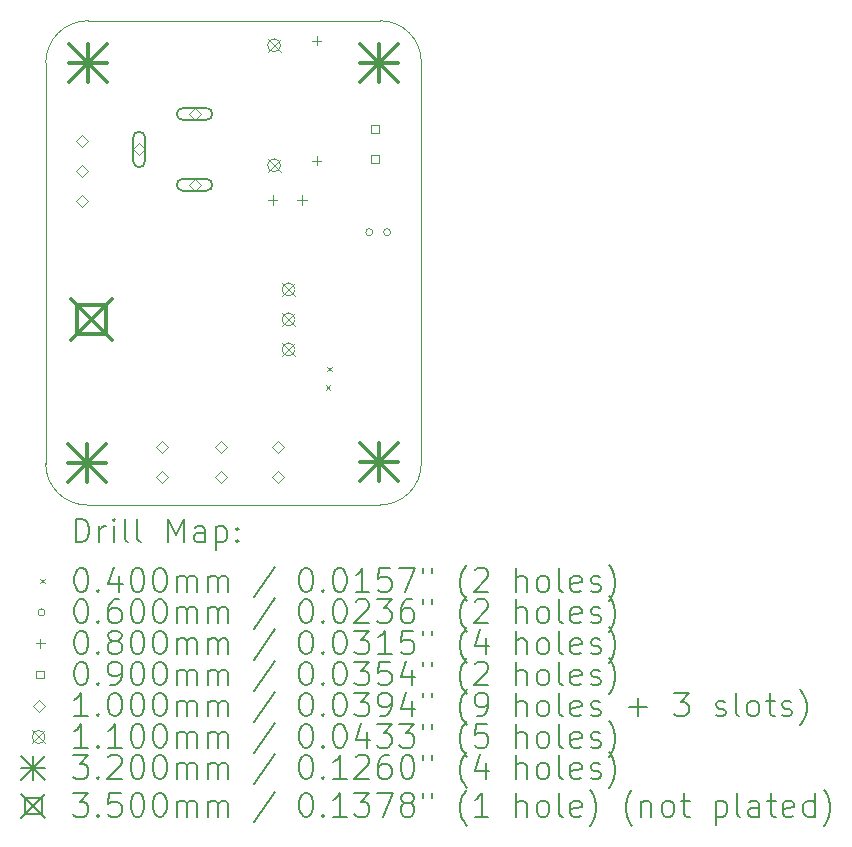
<source format=gbr>
%FSLAX45Y45*%
G04 Gerber Fmt 4.5, Leading zero omitted, Abs format (unit mm)*
G04 Created by KiCad (PCBNEW 6.0.6+dfsg-1) date 2022-07-24 22:16:44*
%MOMM*%
%LPD*%
G01*
G04 APERTURE LIST*
%TA.AperFunction,Profile*%
%ADD10C,0.100000*%
%TD*%
%ADD11C,0.200000*%
%ADD12C,0.040000*%
%ADD13C,0.060000*%
%ADD14C,0.080000*%
%ADD15C,0.090000*%
%ADD16C,0.100000*%
%ADD17C,0.110000*%
%ADD18C,0.320000*%
%ADD19C,0.350000*%
G04 APERTURE END LIST*
D10*
X16070000Y-9370000D02*
G75*
G03*
X16420000Y-9020000I0J350000D01*
G01*
X16420000Y-9020000D02*
X16420000Y-5620000D01*
X16070000Y-5270000D02*
X13600000Y-5270000D01*
X13590000Y-9370000D02*
X16070000Y-9370000D01*
X13240000Y-9020000D02*
G75*
G03*
X13590000Y-9370000I350000J0D01*
G01*
X13240000Y-5630000D02*
X13240000Y-9020000D01*
X13600000Y-5270000D02*
G75*
G03*
X13240000Y-5630000I0J-360000D01*
G01*
X16420000Y-5620000D02*
G75*
G03*
X16070000Y-5270000I-350000J0D01*
G01*
D11*
D12*
X15611160Y-8356920D02*
X15651160Y-8396920D01*
X15651160Y-8356920D02*
X15611160Y-8396920D01*
X15621320Y-8199440D02*
X15661320Y-8239440D01*
X15661320Y-8199440D02*
X15621320Y-8239440D01*
D13*
X16010540Y-7061200D02*
G75*
G03*
X16010540Y-7061200I-30000J0D01*
G01*
X16160540Y-7061200D02*
G75*
G03*
X16160540Y-7061200I-30000J0D01*
G01*
D14*
X15160720Y-6746880D02*
X15160720Y-6826880D01*
X15120720Y-6786880D02*
X15200720Y-6786880D01*
X15410720Y-6746880D02*
X15410720Y-6826880D01*
X15370720Y-6786880D02*
X15450720Y-6786880D01*
X15534640Y-5398140D02*
X15534640Y-5478140D01*
X15494640Y-5438140D02*
X15574640Y-5438140D01*
X15534640Y-6414140D02*
X15534640Y-6494140D01*
X15494640Y-6454140D02*
X15574640Y-6454140D01*
D15*
X16059220Y-6219260D02*
X16059220Y-6155620D01*
X15995580Y-6155620D01*
X15995580Y-6219260D01*
X16059220Y-6219260D01*
X16059220Y-6473260D02*
X16059220Y-6409620D01*
X15995580Y-6409620D01*
X15995580Y-6473260D01*
X16059220Y-6473260D01*
D16*
X13550900Y-6339040D02*
X13600900Y-6289040D01*
X13550900Y-6239040D01*
X13500900Y-6289040D01*
X13550900Y-6339040D01*
X13550900Y-6593040D02*
X13600900Y-6543040D01*
X13550900Y-6493040D01*
X13500900Y-6543040D01*
X13550900Y-6593040D01*
X13550900Y-6847040D02*
X13600900Y-6797040D01*
X13550900Y-6747040D01*
X13500900Y-6797040D01*
X13550900Y-6847040D01*
X14030860Y-6410160D02*
X14080860Y-6360160D01*
X14030860Y-6310160D01*
X13980860Y-6360160D01*
X14030860Y-6410160D01*
D11*
X13980860Y-6260160D02*
X13980860Y-6460160D01*
X14080860Y-6260160D02*
X14080860Y-6460160D01*
X13980860Y-6460160D02*
G75*
G03*
X14080860Y-6460160I50000J0D01*
G01*
X14080860Y-6260160D02*
G75*
G03*
X13980860Y-6260160I-50000J0D01*
G01*
D16*
X14224440Y-8932840D02*
X14274440Y-8882840D01*
X14224440Y-8832840D01*
X14174440Y-8882840D01*
X14224440Y-8932840D01*
X14224440Y-9186840D02*
X14274440Y-9136840D01*
X14224440Y-9086840D01*
X14174440Y-9136840D01*
X14224440Y-9186840D01*
X14500860Y-6110160D02*
X14550860Y-6060160D01*
X14500860Y-6010160D01*
X14450860Y-6060160D01*
X14500860Y-6110160D01*
D11*
X14600860Y-6010160D02*
X14400860Y-6010160D01*
X14600860Y-6110160D02*
X14400860Y-6110160D01*
X14400860Y-6010160D02*
G75*
G03*
X14400860Y-6110160I0J-50000D01*
G01*
X14600860Y-6110160D02*
G75*
G03*
X14600860Y-6010160I0J50000D01*
G01*
D16*
X14500860Y-6710160D02*
X14550860Y-6660160D01*
X14500860Y-6610160D01*
X14450860Y-6660160D01*
X14500860Y-6710160D01*
D11*
X14600860Y-6610160D02*
X14400860Y-6610160D01*
X14600860Y-6710160D02*
X14400860Y-6710160D01*
X14400860Y-6610160D02*
G75*
G03*
X14400860Y-6710160I0J-50000D01*
G01*
X14600860Y-6710160D02*
G75*
G03*
X14600860Y-6610160I0J50000D01*
G01*
D16*
X14724440Y-8930340D02*
X14774440Y-8880340D01*
X14724440Y-8830340D01*
X14674440Y-8880340D01*
X14724440Y-8930340D01*
X14724440Y-9184340D02*
X14774440Y-9134340D01*
X14724440Y-9084340D01*
X14674440Y-9134340D01*
X14724440Y-9184340D01*
X15204440Y-8930340D02*
X15254440Y-8880340D01*
X15204440Y-8830340D01*
X15154440Y-8880340D01*
X15204440Y-8930340D01*
X15204440Y-9184340D02*
X15254440Y-9134340D01*
X15204440Y-9084340D01*
X15154440Y-9134340D01*
X15204440Y-9184340D01*
D17*
X15118960Y-5423780D02*
X15228960Y-5533780D01*
X15228960Y-5423780D02*
X15118960Y-5533780D01*
X15228960Y-5478780D02*
G75*
G03*
X15228960Y-5478780I-55000J0D01*
G01*
X15118960Y-6439780D02*
X15228960Y-6549780D01*
X15228960Y-6439780D02*
X15118960Y-6549780D01*
X15228960Y-6494780D02*
G75*
G03*
X15228960Y-6494780I-55000J0D01*
G01*
X15241000Y-7491000D02*
X15351000Y-7601000D01*
X15351000Y-7491000D02*
X15241000Y-7601000D01*
X15351000Y-7546000D02*
G75*
G03*
X15351000Y-7546000I-55000J0D01*
G01*
X15241000Y-7745000D02*
X15351000Y-7855000D01*
X15351000Y-7745000D02*
X15241000Y-7855000D01*
X15351000Y-7800000D02*
G75*
G03*
X15351000Y-7800000I-55000J0D01*
G01*
X15241000Y-7999000D02*
X15351000Y-8109000D01*
X15351000Y-7999000D02*
X15241000Y-8109000D01*
X15351000Y-8054000D02*
G75*
G03*
X15351000Y-8054000I-55000J0D01*
G01*
D18*
X13431540Y-8857000D02*
X13751540Y-9177000D01*
X13751540Y-8857000D02*
X13431540Y-9177000D01*
X13591540Y-8857000D02*
X13591540Y-9177000D01*
X13431540Y-9017000D02*
X13751540Y-9017000D01*
X13440000Y-5470000D02*
X13760000Y-5790000D01*
X13760000Y-5470000D02*
X13440000Y-5790000D01*
X13600000Y-5470000D02*
X13600000Y-5790000D01*
X13440000Y-5630000D02*
X13760000Y-5630000D01*
X15900000Y-5470000D02*
X16220000Y-5790000D01*
X16220000Y-5470000D02*
X15900000Y-5790000D01*
X16060000Y-5470000D02*
X16060000Y-5790000D01*
X15900000Y-5630000D02*
X16220000Y-5630000D01*
X15900000Y-8850000D02*
X16220000Y-9170000D01*
X16220000Y-8850000D02*
X15900000Y-9170000D01*
X16060000Y-8850000D02*
X16060000Y-9170000D01*
X15900000Y-9010000D02*
X16220000Y-9010000D01*
D19*
X13455000Y-7625000D02*
X13805000Y-7975000D01*
X13805000Y-7625000D02*
X13455000Y-7975000D01*
X13753745Y-7923745D02*
X13753745Y-7676255D01*
X13506255Y-7676255D01*
X13506255Y-7923745D01*
X13753745Y-7923745D01*
D11*
X13492619Y-9685476D02*
X13492619Y-9485476D01*
X13540238Y-9485476D01*
X13568809Y-9495000D01*
X13587857Y-9514048D01*
X13597381Y-9533095D01*
X13606905Y-9571190D01*
X13606905Y-9599762D01*
X13597381Y-9637857D01*
X13587857Y-9656905D01*
X13568809Y-9675952D01*
X13540238Y-9685476D01*
X13492619Y-9685476D01*
X13692619Y-9685476D02*
X13692619Y-9552143D01*
X13692619Y-9590238D02*
X13702143Y-9571190D01*
X13711667Y-9561667D01*
X13730714Y-9552143D01*
X13749762Y-9552143D01*
X13816428Y-9685476D02*
X13816428Y-9552143D01*
X13816428Y-9485476D02*
X13806905Y-9495000D01*
X13816428Y-9504524D01*
X13825952Y-9495000D01*
X13816428Y-9485476D01*
X13816428Y-9504524D01*
X13940238Y-9685476D02*
X13921190Y-9675952D01*
X13911667Y-9656905D01*
X13911667Y-9485476D01*
X14045000Y-9685476D02*
X14025952Y-9675952D01*
X14016428Y-9656905D01*
X14016428Y-9485476D01*
X14273571Y-9685476D02*
X14273571Y-9485476D01*
X14340238Y-9628333D01*
X14406905Y-9485476D01*
X14406905Y-9685476D01*
X14587857Y-9685476D02*
X14587857Y-9580714D01*
X14578333Y-9561667D01*
X14559286Y-9552143D01*
X14521190Y-9552143D01*
X14502143Y-9561667D01*
X14587857Y-9675952D02*
X14568809Y-9685476D01*
X14521190Y-9685476D01*
X14502143Y-9675952D01*
X14492619Y-9656905D01*
X14492619Y-9637857D01*
X14502143Y-9618810D01*
X14521190Y-9609286D01*
X14568809Y-9609286D01*
X14587857Y-9599762D01*
X14683095Y-9552143D02*
X14683095Y-9752143D01*
X14683095Y-9561667D02*
X14702143Y-9552143D01*
X14740238Y-9552143D01*
X14759286Y-9561667D01*
X14768809Y-9571190D01*
X14778333Y-9590238D01*
X14778333Y-9647381D01*
X14768809Y-9666429D01*
X14759286Y-9675952D01*
X14740238Y-9685476D01*
X14702143Y-9685476D01*
X14683095Y-9675952D01*
X14864048Y-9666429D02*
X14873571Y-9675952D01*
X14864048Y-9685476D01*
X14854524Y-9675952D01*
X14864048Y-9666429D01*
X14864048Y-9685476D01*
X14864048Y-9561667D02*
X14873571Y-9571190D01*
X14864048Y-9580714D01*
X14854524Y-9571190D01*
X14864048Y-9561667D01*
X14864048Y-9580714D01*
D12*
X13195000Y-9995000D02*
X13235000Y-10035000D01*
X13235000Y-9995000D02*
X13195000Y-10035000D01*
D11*
X13530714Y-9905476D02*
X13549762Y-9905476D01*
X13568809Y-9915000D01*
X13578333Y-9924524D01*
X13587857Y-9943571D01*
X13597381Y-9981667D01*
X13597381Y-10029286D01*
X13587857Y-10067381D01*
X13578333Y-10086429D01*
X13568809Y-10095952D01*
X13549762Y-10105476D01*
X13530714Y-10105476D01*
X13511667Y-10095952D01*
X13502143Y-10086429D01*
X13492619Y-10067381D01*
X13483095Y-10029286D01*
X13483095Y-9981667D01*
X13492619Y-9943571D01*
X13502143Y-9924524D01*
X13511667Y-9915000D01*
X13530714Y-9905476D01*
X13683095Y-10086429D02*
X13692619Y-10095952D01*
X13683095Y-10105476D01*
X13673571Y-10095952D01*
X13683095Y-10086429D01*
X13683095Y-10105476D01*
X13864048Y-9972143D02*
X13864048Y-10105476D01*
X13816428Y-9895952D02*
X13768809Y-10038810D01*
X13892619Y-10038810D01*
X14006905Y-9905476D02*
X14025952Y-9905476D01*
X14045000Y-9915000D01*
X14054524Y-9924524D01*
X14064048Y-9943571D01*
X14073571Y-9981667D01*
X14073571Y-10029286D01*
X14064048Y-10067381D01*
X14054524Y-10086429D01*
X14045000Y-10095952D01*
X14025952Y-10105476D01*
X14006905Y-10105476D01*
X13987857Y-10095952D01*
X13978333Y-10086429D01*
X13968809Y-10067381D01*
X13959286Y-10029286D01*
X13959286Y-9981667D01*
X13968809Y-9943571D01*
X13978333Y-9924524D01*
X13987857Y-9915000D01*
X14006905Y-9905476D01*
X14197381Y-9905476D02*
X14216428Y-9905476D01*
X14235476Y-9915000D01*
X14245000Y-9924524D01*
X14254524Y-9943571D01*
X14264048Y-9981667D01*
X14264048Y-10029286D01*
X14254524Y-10067381D01*
X14245000Y-10086429D01*
X14235476Y-10095952D01*
X14216428Y-10105476D01*
X14197381Y-10105476D01*
X14178333Y-10095952D01*
X14168809Y-10086429D01*
X14159286Y-10067381D01*
X14149762Y-10029286D01*
X14149762Y-9981667D01*
X14159286Y-9943571D01*
X14168809Y-9924524D01*
X14178333Y-9915000D01*
X14197381Y-9905476D01*
X14349762Y-10105476D02*
X14349762Y-9972143D01*
X14349762Y-9991190D02*
X14359286Y-9981667D01*
X14378333Y-9972143D01*
X14406905Y-9972143D01*
X14425952Y-9981667D01*
X14435476Y-10000714D01*
X14435476Y-10105476D01*
X14435476Y-10000714D02*
X14445000Y-9981667D01*
X14464048Y-9972143D01*
X14492619Y-9972143D01*
X14511667Y-9981667D01*
X14521190Y-10000714D01*
X14521190Y-10105476D01*
X14616428Y-10105476D02*
X14616428Y-9972143D01*
X14616428Y-9991190D02*
X14625952Y-9981667D01*
X14645000Y-9972143D01*
X14673571Y-9972143D01*
X14692619Y-9981667D01*
X14702143Y-10000714D01*
X14702143Y-10105476D01*
X14702143Y-10000714D02*
X14711667Y-9981667D01*
X14730714Y-9972143D01*
X14759286Y-9972143D01*
X14778333Y-9981667D01*
X14787857Y-10000714D01*
X14787857Y-10105476D01*
X15178333Y-9895952D02*
X15006905Y-10153095D01*
X15435476Y-9905476D02*
X15454524Y-9905476D01*
X15473571Y-9915000D01*
X15483095Y-9924524D01*
X15492619Y-9943571D01*
X15502143Y-9981667D01*
X15502143Y-10029286D01*
X15492619Y-10067381D01*
X15483095Y-10086429D01*
X15473571Y-10095952D01*
X15454524Y-10105476D01*
X15435476Y-10105476D01*
X15416428Y-10095952D01*
X15406905Y-10086429D01*
X15397381Y-10067381D01*
X15387857Y-10029286D01*
X15387857Y-9981667D01*
X15397381Y-9943571D01*
X15406905Y-9924524D01*
X15416428Y-9915000D01*
X15435476Y-9905476D01*
X15587857Y-10086429D02*
X15597381Y-10095952D01*
X15587857Y-10105476D01*
X15578333Y-10095952D01*
X15587857Y-10086429D01*
X15587857Y-10105476D01*
X15721190Y-9905476D02*
X15740238Y-9905476D01*
X15759286Y-9915000D01*
X15768809Y-9924524D01*
X15778333Y-9943571D01*
X15787857Y-9981667D01*
X15787857Y-10029286D01*
X15778333Y-10067381D01*
X15768809Y-10086429D01*
X15759286Y-10095952D01*
X15740238Y-10105476D01*
X15721190Y-10105476D01*
X15702143Y-10095952D01*
X15692619Y-10086429D01*
X15683095Y-10067381D01*
X15673571Y-10029286D01*
X15673571Y-9981667D01*
X15683095Y-9943571D01*
X15692619Y-9924524D01*
X15702143Y-9915000D01*
X15721190Y-9905476D01*
X15978333Y-10105476D02*
X15864048Y-10105476D01*
X15921190Y-10105476D02*
X15921190Y-9905476D01*
X15902143Y-9934048D01*
X15883095Y-9953095D01*
X15864048Y-9962619D01*
X16159286Y-9905476D02*
X16064048Y-9905476D01*
X16054524Y-10000714D01*
X16064048Y-9991190D01*
X16083095Y-9981667D01*
X16130714Y-9981667D01*
X16149762Y-9991190D01*
X16159286Y-10000714D01*
X16168809Y-10019762D01*
X16168809Y-10067381D01*
X16159286Y-10086429D01*
X16149762Y-10095952D01*
X16130714Y-10105476D01*
X16083095Y-10105476D01*
X16064048Y-10095952D01*
X16054524Y-10086429D01*
X16235476Y-9905476D02*
X16368809Y-9905476D01*
X16283095Y-10105476D01*
X16435476Y-9905476D02*
X16435476Y-9943571D01*
X16511667Y-9905476D02*
X16511667Y-9943571D01*
X16806905Y-10181667D02*
X16797381Y-10172143D01*
X16778333Y-10143571D01*
X16768809Y-10124524D01*
X16759286Y-10095952D01*
X16749762Y-10048333D01*
X16749762Y-10010238D01*
X16759286Y-9962619D01*
X16768809Y-9934048D01*
X16778333Y-9915000D01*
X16797381Y-9886429D01*
X16806905Y-9876905D01*
X16873571Y-9924524D02*
X16883095Y-9915000D01*
X16902143Y-9905476D01*
X16949762Y-9905476D01*
X16968810Y-9915000D01*
X16978333Y-9924524D01*
X16987857Y-9943571D01*
X16987857Y-9962619D01*
X16978333Y-9991190D01*
X16864048Y-10105476D01*
X16987857Y-10105476D01*
X17225952Y-10105476D02*
X17225952Y-9905476D01*
X17311667Y-10105476D02*
X17311667Y-10000714D01*
X17302143Y-9981667D01*
X17283095Y-9972143D01*
X17254524Y-9972143D01*
X17235476Y-9981667D01*
X17225952Y-9991190D01*
X17435476Y-10105476D02*
X17416429Y-10095952D01*
X17406905Y-10086429D01*
X17397381Y-10067381D01*
X17397381Y-10010238D01*
X17406905Y-9991190D01*
X17416429Y-9981667D01*
X17435476Y-9972143D01*
X17464048Y-9972143D01*
X17483095Y-9981667D01*
X17492619Y-9991190D01*
X17502143Y-10010238D01*
X17502143Y-10067381D01*
X17492619Y-10086429D01*
X17483095Y-10095952D01*
X17464048Y-10105476D01*
X17435476Y-10105476D01*
X17616429Y-10105476D02*
X17597381Y-10095952D01*
X17587857Y-10076905D01*
X17587857Y-9905476D01*
X17768810Y-10095952D02*
X17749762Y-10105476D01*
X17711667Y-10105476D01*
X17692619Y-10095952D01*
X17683095Y-10076905D01*
X17683095Y-10000714D01*
X17692619Y-9981667D01*
X17711667Y-9972143D01*
X17749762Y-9972143D01*
X17768810Y-9981667D01*
X17778333Y-10000714D01*
X17778333Y-10019762D01*
X17683095Y-10038810D01*
X17854524Y-10095952D02*
X17873571Y-10105476D01*
X17911667Y-10105476D01*
X17930714Y-10095952D01*
X17940238Y-10076905D01*
X17940238Y-10067381D01*
X17930714Y-10048333D01*
X17911667Y-10038810D01*
X17883095Y-10038810D01*
X17864048Y-10029286D01*
X17854524Y-10010238D01*
X17854524Y-10000714D01*
X17864048Y-9981667D01*
X17883095Y-9972143D01*
X17911667Y-9972143D01*
X17930714Y-9981667D01*
X18006905Y-10181667D02*
X18016429Y-10172143D01*
X18035476Y-10143571D01*
X18045000Y-10124524D01*
X18054524Y-10095952D01*
X18064048Y-10048333D01*
X18064048Y-10010238D01*
X18054524Y-9962619D01*
X18045000Y-9934048D01*
X18035476Y-9915000D01*
X18016429Y-9886429D01*
X18006905Y-9876905D01*
D13*
X13235000Y-10279000D02*
G75*
G03*
X13235000Y-10279000I-30000J0D01*
G01*
D11*
X13530714Y-10169476D02*
X13549762Y-10169476D01*
X13568809Y-10179000D01*
X13578333Y-10188524D01*
X13587857Y-10207571D01*
X13597381Y-10245667D01*
X13597381Y-10293286D01*
X13587857Y-10331381D01*
X13578333Y-10350429D01*
X13568809Y-10359952D01*
X13549762Y-10369476D01*
X13530714Y-10369476D01*
X13511667Y-10359952D01*
X13502143Y-10350429D01*
X13492619Y-10331381D01*
X13483095Y-10293286D01*
X13483095Y-10245667D01*
X13492619Y-10207571D01*
X13502143Y-10188524D01*
X13511667Y-10179000D01*
X13530714Y-10169476D01*
X13683095Y-10350429D02*
X13692619Y-10359952D01*
X13683095Y-10369476D01*
X13673571Y-10359952D01*
X13683095Y-10350429D01*
X13683095Y-10369476D01*
X13864048Y-10169476D02*
X13825952Y-10169476D01*
X13806905Y-10179000D01*
X13797381Y-10188524D01*
X13778333Y-10217095D01*
X13768809Y-10255190D01*
X13768809Y-10331381D01*
X13778333Y-10350429D01*
X13787857Y-10359952D01*
X13806905Y-10369476D01*
X13845000Y-10369476D01*
X13864048Y-10359952D01*
X13873571Y-10350429D01*
X13883095Y-10331381D01*
X13883095Y-10283762D01*
X13873571Y-10264714D01*
X13864048Y-10255190D01*
X13845000Y-10245667D01*
X13806905Y-10245667D01*
X13787857Y-10255190D01*
X13778333Y-10264714D01*
X13768809Y-10283762D01*
X14006905Y-10169476D02*
X14025952Y-10169476D01*
X14045000Y-10179000D01*
X14054524Y-10188524D01*
X14064048Y-10207571D01*
X14073571Y-10245667D01*
X14073571Y-10293286D01*
X14064048Y-10331381D01*
X14054524Y-10350429D01*
X14045000Y-10359952D01*
X14025952Y-10369476D01*
X14006905Y-10369476D01*
X13987857Y-10359952D01*
X13978333Y-10350429D01*
X13968809Y-10331381D01*
X13959286Y-10293286D01*
X13959286Y-10245667D01*
X13968809Y-10207571D01*
X13978333Y-10188524D01*
X13987857Y-10179000D01*
X14006905Y-10169476D01*
X14197381Y-10169476D02*
X14216428Y-10169476D01*
X14235476Y-10179000D01*
X14245000Y-10188524D01*
X14254524Y-10207571D01*
X14264048Y-10245667D01*
X14264048Y-10293286D01*
X14254524Y-10331381D01*
X14245000Y-10350429D01*
X14235476Y-10359952D01*
X14216428Y-10369476D01*
X14197381Y-10369476D01*
X14178333Y-10359952D01*
X14168809Y-10350429D01*
X14159286Y-10331381D01*
X14149762Y-10293286D01*
X14149762Y-10245667D01*
X14159286Y-10207571D01*
X14168809Y-10188524D01*
X14178333Y-10179000D01*
X14197381Y-10169476D01*
X14349762Y-10369476D02*
X14349762Y-10236143D01*
X14349762Y-10255190D02*
X14359286Y-10245667D01*
X14378333Y-10236143D01*
X14406905Y-10236143D01*
X14425952Y-10245667D01*
X14435476Y-10264714D01*
X14435476Y-10369476D01*
X14435476Y-10264714D02*
X14445000Y-10245667D01*
X14464048Y-10236143D01*
X14492619Y-10236143D01*
X14511667Y-10245667D01*
X14521190Y-10264714D01*
X14521190Y-10369476D01*
X14616428Y-10369476D02*
X14616428Y-10236143D01*
X14616428Y-10255190D02*
X14625952Y-10245667D01*
X14645000Y-10236143D01*
X14673571Y-10236143D01*
X14692619Y-10245667D01*
X14702143Y-10264714D01*
X14702143Y-10369476D01*
X14702143Y-10264714D02*
X14711667Y-10245667D01*
X14730714Y-10236143D01*
X14759286Y-10236143D01*
X14778333Y-10245667D01*
X14787857Y-10264714D01*
X14787857Y-10369476D01*
X15178333Y-10159952D02*
X15006905Y-10417095D01*
X15435476Y-10169476D02*
X15454524Y-10169476D01*
X15473571Y-10179000D01*
X15483095Y-10188524D01*
X15492619Y-10207571D01*
X15502143Y-10245667D01*
X15502143Y-10293286D01*
X15492619Y-10331381D01*
X15483095Y-10350429D01*
X15473571Y-10359952D01*
X15454524Y-10369476D01*
X15435476Y-10369476D01*
X15416428Y-10359952D01*
X15406905Y-10350429D01*
X15397381Y-10331381D01*
X15387857Y-10293286D01*
X15387857Y-10245667D01*
X15397381Y-10207571D01*
X15406905Y-10188524D01*
X15416428Y-10179000D01*
X15435476Y-10169476D01*
X15587857Y-10350429D02*
X15597381Y-10359952D01*
X15587857Y-10369476D01*
X15578333Y-10359952D01*
X15587857Y-10350429D01*
X15587857Y-10369476D01*
X15721190Y-10169476D02*
X15740238Y-10169476D01*
X15759286Y-10179000D01*
X15768809Y-10188524D01*
X15778333Y-10207571D01*
X15787857Y-10245667D01*
X15787857Y-10293286D01*
X15778333Y-10331381D01*
X15768809Y-10350429D01*
X15759286Y-10359952D01*
X15740238Y-10369476D01*
X15721190Y-10369476D01*
X15702143Y-10359952D01*
X15692619Y-10350429D01*
X15683095Y-10331381D01*
X15673571Y-10293286D01*
X15673571Y-10245667D01*
X15683095Y-10207571D01*
X15692619Y-10188524D01*
X15702143Y-10179000D01*
X15721190Y-10169476D01*
X15864048Y-10188524D02*
X15873571Y-10179000D01*
X15892619Y-10169476D01*
X15940238Y-10169476D01*
X15959286Y-10179000D01*
X15968809Y-10188524D01*
X15978333Y-10207571D01*
X15978333Y-10226619D01*
X15968809Y-10255190D01*
X15854524Y-10369476D01*
X15978333Y-10369476D01*
X16045000Y-10169476D02*
X16168809Y-10169476D01*
X16102143Y-10245667D01*
X16130714Y-10245667D01*
X16149762Y-10255190D01*
X16159286Y-10264714D01*
X16168809Y-10283762D01*
X16168809Y-10331381D01*
X16159286Y-10350429D01*
X16149762Y-10359952D01*
X16130714Y-10369476D01*
X16073571Y-10369476D01*
X16054524Y-10359952D01*
X16045000Y-10350429D01*
X16340238Y-10169476D02*
X16302143Y-10169476D01*
X16283095Y-10179000D01*
X16273571Y-10188524D01*
X16254524Y-10217095D01*
X16245000Y-10255190D01*
X16245000Y-10331381D01*
X16254524Y-10350429D01*
X16264048Y-10359952D01*
X16283095Y-10369476D01*
X16321190Y-10369476D01*
X16340238Y-10359952D01*
X16349762Y-10350429D01*
X16359286Y-10331381D01*
X16359286Y-10283762D01*
X16349762Y-10264714D01*
X16340238Y-10255190D01*
X16321190Y-10245667D01*
X16283095Y-10245667D01*
X16264048Y-10255190D01*
X16254524Y-10264714D01*
X16245000Y-10283762D01*
X16435476Y-10169476D02*
X16435476Y-10207571D01*
X16511667Y-10169476D02*
X16511667Y-10207571D01*
X16806905Y-10445667D02*
X16797381Y-10436143D01*
X16778333Y-10407571D01*
X16768809Y-10388524D01*
X16759286Y-10359952D01*
X16749762Y-10312333D01*
X16749762Y-10274238D01*
X16759286Y-10226619D01*
X16768809Y-10198048D01*
X16778333Y-10179000D01*
X16797381Y-10150429D01*
X16806905Y-10140905D01*
X16873571Y-10188524D02*
X16883095Y-10179000D01*
X16902143Y-10169476D01*
X16949762Y-10169476D01*
X16968810Y-10179000D01*
X16978333Y-10188524D01*
X16987857Y-10207571D01*
X16987857Y-10226619D01*
X16978333Y-10255190D01*
X16864048Y-10369476D01*
X16987857Y-10369476D01*
X17225952Y-10369476D02*
X17225952Y-10169476D01*
X17311667Y-10369476D02*
X17311667Y-10264714D01*
X17302143Y-10245667D01*
X17283095Y-10236143D01*
X17254524Y-10236143D01*
X17235476Y-10245667D01*
X17225952Y-10255190D01*
X17435476Y-10369476D02*
X17416429Y-10359952D01*
X17406905Y-10350429D01*
X17397381Y-10331381D01*
X17397381Y-10274238D01*
X17406905Y-10255190D01*
X17416429Y-10245667D01*
X17435476Y-10236143D01*
X17464048Y-10236143D01*
X17483095Y-10245667D01*
X17492619Y-10255190D01*
X17502143Y-10274238D01*
X17502143Y-10331381D01*
X17492619Y-10350429D01*
X17483095Y-10359952D01*
X17464048Y-10369476D01*
X17435476Y-10369476D01*
X17616429Y-10369476D02*
X17597381Y-10359952D01*
X17587857Y-10340905D01*
X17587857Y-10169476D01*
X17768810Y-10359952D02*
X17749762Y-10369476D01*
X17711667Y-10369476D01*
X17692619Y-10359952D01*
X17683095Y-10340905D01*
X17683095Y-10264714D01*
X17692619Y-10245667D01*
X17711667Y-10236143D01*
X17749762Y-10236143D01*
X17768810Y-10245667D01*
X17778333Y-10264714D01*
X17778333Y-10283762D01*
X17683095Y-10302810D01*
X17854524Y-10359952D02*
X17873571Y-10369476D01*
X17911667Y-10369476D01*
X17930714Y-10359952D01*
X17940238Y-10340905D01*
X17940238Y-10331381D01*
X17930714Y-10312333D01*
X17911667Y-10302810D01*
X17883095Y-10302810D01*
X17864048Y-10293286D01*
X17854524Y-10274238D01*
X17854524Y-10264714D01*
X17864048Y-10245667D01*
X17883095Y-10236143D01*
X17911667Y-10236143D01*
X17930714Y-10245667D01*
X18006905Y-10445667D02*
X18016429Y-10436143D01*
X18035476Y-10407571D01*
X18045000Y-10388524D01*
X18054524Y-10359952D01*
X18064048Y-10312333D01*
X18064048Y-10274238D01*
X18054524Y-10226619D01*
X18045000Y-10198048D01*
X18035476Y-10179000D01*
X18016429Y-10150429D01*
X18006905Y-10140905D01*
D14*
X13195000Y-10503000D02*
X13195000Y-10583000D01*
X13155000Y-10543000D02*
X13235000Y-10543000D01*
D11*
X13530714Y-10433476D02*
X13549762Y-10433476D01*
X13568809Y-10443000D01*
X13578333Y-10452524D01*
X13587857Y-10471571D01*
X13597381Y-10509667D01*
X13597381Y-10557286D01*
X13587857Y-10595381D01*
X13578333Y-10614429D01*
X13568809Y-10623952D01*
X13549762Y-10633476D01*
X13530714Y-10633476D01*
X13511667Y-10623952D01*
X13502143Y-10614429D01*
X13492619Y-10595381D01*
X13483095Y-10557286D01*
X13483095Y-10509667D01*
X13492619Y-10471571D01*
X13502143Y-10452524D01*
X13511667Y-10443000D01*
X13530714Y-10433476D01*
X13683095Y-10614429D02*
X13692619Y-10623952D01*
X13683095Y-10633476D01*
X13673571Y-10623952D01*
X13683095Y-10614429D01*
X13683095Y-10633476D01*
X13806905Y-10519190D02*
X13787857Y-10509667D01*
X13778333Y-10500143D01*
X13768809Y-10481095D01*
X13768809Y-10471571D01*
X13778333Y-10452524D01*
X13787857Y-10443000D01*
X13806905Y-10433476D01*
X13845000Y-10433476D01*
X13864048Y-10443000D01*
X13873571Y-10452524D01*
X13883095Y-10471571D01*
X13883095Y-10481095D01*
X13873571Y-10500143D01*
X13864048Y-10509667D01*
X13845000Y-10519190D01*
X13806905Y-10519190D01*
X13787857Y-10528714D01*
X13778333Y-10538238D01*
X13768809Y-10557286D01*
X13768809Y-10595381D01*
X13778333Y-10614429D01*
X13787857Y-10623952D01*
X13806905Y-10633476D01*
X13845000Y-10633476D01*
X13864048Y-10623952D01*
X13873571Y-10614429D01*
X13883095Y-10595381D01*
X13883095Y-10557286D01*
X13873571Y-10538238D01*
X13864048Y-10528714D01*
X13845000Y-10519190D01*
X14006905Y-10433476D02*
X14025952Y-10433476D01*
X14045000Y-10443000D01*
X14054524Y-10452524D01*
X14064048Y-10471571D01*
X14073571Y-10509667D01*
X14073571Y-10557286D01*
X14064048Y-10595381D01*
X14054524Y-10614429D01*
X14045000Y-10623952D01*
X14025952Y-10633476D01*
X14006905Y-10633476D01*
X13987857Y-10623952D01*
X13978333Y-10614429D01*
X13968809Y-10595381D01*
X13959286Y-10557286D01*
X13959286Y-10509667D01*
X13968809Y-10471571D01*
X13978333Y-10452524D01*
X13987857Y-10443000D01*
X14006905Y-10433476D01*
X14197381Y-10433476D02*
X14216428Y-10433476D01*
X14235476Y-10443000D01*
X14245000Y-10452524D01*
X14254524Y-10471571D01*
X14264048Y-10509667D01*
X14264048Y-10557286D01*
X14254524Y-10595381D01*
X14245000Y-10614429D01*
X14235476Y-10623952D01*
X14216428Y-10633476D01*
X14197381Y-10633476D01*
X14178333Y-10623952D01*
X14168809Y-10614429D01*
X14159286Y-10595381D01*
X14149762Y-10557286D01*
X14149762Y-10509667D01*
X14159286Y-10471571D01*
X14168809Y-10452524D01*
X14178333Y-10443000D01*
X14197381Y-10433476D01*
X14349762Y-10633476D02*
X14349762Y-10500143D01*
X14349762Y-10519190D02*
X14359286Y-10509667D01*
X14378333Y-10500143D01*
X14406905Y-10500143D01*
X14425952Y-10509667D01*
X14435476Y-10528714D01*
X14435476Y-10633476D01*
X14435476Y-10528714D02*
X14445000Y-10509667D01*
X14464048Y-10500143D01*
X14492619Y-10500143D01*
X14511667Y-10509667D01*
X14521190Y-10528714D01*
X14521190Y-10633476D01*
X14616428Y-10633476D02*
X14616428Y-10500143D01*
X14616428Y-10519190D02*
X14625952Y-10509667D01*
X14645000Y-10500143D01*
X14673571Y-10500143D01*
X14692619Y-10509667D01*
X14702143Y-10528714D01*
X14702143Y-10633476D01*
X14702143Y-10528714D02*
X14711667Y-10509667D01*
X14730714Y-10500143D01*
X14759286Y-10500143D01*
X14778333Y-10509667D01*
X14787857Y-10528714D01*
X14787857Y-10633476D01*
X15178333Y-10423952D02*
X15006905Y-10681095D01*
X15435476Y-10433476D02*
X15454524Y-10433476D01*
X15473571Y-10443000D01*
X15483095Y-10452524D01*
X15492619Y-10471571D01*
X15502143Y-10509667D01*
X15502143Y-10557286D01*
X15492619Y-10595381D01*
X15483095Y-10614429D01*
X15473571Y-10623952D01*
X15454524Y-10633476D01*
X15435476Y-10633476D01*
X15416428Y-10623952D01*
X15406905Y-10614429D01*
X15397381Y-10595381D01*
X15387857Y-10557286D01*
X15387857Y-10509667D01*
X15397381Y-10471571D01*
X15406905Y-10452524D01*
X15416428Y-10443000D01*
X15435476Y-10433476D01*
X15587857Y-10614429D02*
X15597381Y-10623952D01*
X15587857Y-10633476D01*
X15578333Y-10623952D01*
X15587857Y-10614429D01*
X15587857Y-10633476D01*
X15721190Y-10433476D02*
X15740238Y-10433476D01*
X15759286Y-10443000D01*
X15768809Y-10452524D01*
X15778333Y-10471571D01*
X15787857Y-10509667D01*
X15787857Y-10557286D01*
X15778333Y-10595381D01*
X15768809Y-10614429D01*
X15759286Y-10623952D01*
X15740238Y-10633476D01*
X15721190Y-10633476D01*
X15702143Y-10623952D01*
X15692619Y-10614429D01*
X15683095Y-10595381D01*
X15673571Y-10557286D01*
X15673571Y-10509667D01*
X15683095Y-10471571D01*
X15692619Y-10452524D01*
X15702143Y-10443000D01*
X15721190Y-10433476D01*
X15854524Y-10433476D02*
X15978333Y-10433476D01*
X15911667Y-10509667D01*
X15940238Y-10509667D01*
X15959286Y-10519190D01*
X15968809Y-10528714D01*
X15978333Y-10547762D01*
X15978333Y-10595381D01*
X15968809Y-10614429D01*
X15959286Y-10623952D01*
X15940238Y-10633476D01*
X15883095Y-10633476D01*
X15864048Y-10623952D01*
X15854524Y-10614429D01*
X16168809Y-10633476D02*
X16054524Y-10633476D01*
X16111667Y-10633476D02*
X16111667Y-10433476D01*
X16092619Y-10462048D01*
X16073571Y-10481095D01*
X16054524Y-10490619D01*
X16349762Y-10433476D02*
X16254524Y-10433476D01*
X16245000Y-10528714D01*
X16254524Y-10519190D01*
X16273571Y-10509667D01*
X16321190Y-10509667D01*
X16340238Y-10519190D01*
X16349762Y-10528714D01*
X16359286Y-10547762D01*
X16359286Y-10595381D01*
X16349762Y-10614429D01*
X16340238Y-10623952D01*
X16321190Y-10633476D01*
X16273571Y-10633476D01*
X16254524Y-10623952D01*
X16245000Y-10614429D01*
X16435476Y-10433476D02*
X16435476Y-10471571D01*
X16511667Y-10433476D02*
X16511667Y-10471571D01*
X16806905Y-10709667D02*
X16797381Y-10700143D01*
X16778333Y-10671571D01*
X16768809Y-10652524D01*
X16759286Y-10623952D01*
X16749762Y-10576333D01*
X16749762Y-10538238D01*
X16759286Y-10490619D01*
X16768809Y-10462048D01*
X16778333Y-10443000D01*
X16797381Y-10414429D01*
X16806905Y-10404905D01*
X16968810Y-10500143D02*
X16968810Y-10633476D01*
X16921190Y-10423952D02*
X16873571Y-10566810D01*
X16997381Y-10566810D01*
X17225952Y-10633476D02*
X17225952Y-10433476D01*
X17311667Y-10633476D02*
X17311667Y-10528714D01*
X17302143Y-10509667D01*
X17283095Y-10500143D01*
X17254524Y-10500143D01*
X17235476Y-10509667D01*
X17225952Y-10519190D01*
X17435476Y-10633476D02*
X17416429Y-10623952D01*
X17406905Y-10614429D01*
X17397381Y-10595381D01*
X17397381Y-10538238D01*
X17406905Y-10519190D01*
X17416429Y-10509667D01*
X17435476Y-10500143D01*
X17464048Y-10500143D01*
X17483095Y-10509667D01*
X17492619Y-10519190D01*
X17502143Y-10538238D01*
X17502143Y-10595381D01*
X17492619Y-10614429D01*
X17483095Y-10623952D01*
X17464048Y-10633476D01*
X17435476Y-10633476D01*
X17616429Y-10633476D02*
X17597381Y-10623952D01*
X17587857Y-10604905D01*
X17587857Y-10433476D01*
X17768810Y-10623952D02*
X17749762Y-10633476D01*
X17711667Y-10633476D01*
X17692619Y-10623952D01*
X17683095Y-10604905D01*
X17683095Y-10528714D01*
X17692619Y-10509667D01*
X17711667Y-10500143D01*
X17749762Y-10500143D01*
X17768810Y-10509667D01*
X17778333Y-10528714D01*
X17778333Y-10547762D01*
X17683095Y-10566810D01*
X17854524Y-10623952D02*
X17873571Y-10633476D01*
X17911667Y-10633476D01*
X17930714Y-10623952D01*
X17940238Y-10604905D01*
X17940238Y-10595381D01*
X17930714Y-10576333D01*
X17911667Y-10566810D01*
X17883095Y-10566810D01*
X17864048Y-10557286D01*
X17854524Y-10538238D01*
X17854524Y-10528714D01*
X17864048Y-10509667D01*
X17883095Y-10500143D01*
X17911667Y-10500143D01*
X17930714Y-10509667D01*
X18006905Y-10709667D02*
X18016429Y-10700143D01*
X18035476Y-10671571D01*
X18045000Y-10652524D01*
X18054524Y-10623952D01*
X18064048Y-10576333D01*
X18064048Y-10538238D01*
X18054524Y-10490619D01*
X18045000Y-10462048D01*
X18035476Y-10443000D01*
X18016429Y-10414429D01*
X18006905Y-10404905D01*
D15*
X13221820Y-10838820D02*
X13221820Y-10775180D01*
X13158180Y-10775180D01*
X13158180Y-10838820D01*
X13221820Y-10838820D01*
D11*
X13530714Y-10697476D02*
X13549762Y-10697476D01*
X13568809Y-10707000D01*
X13578333Y-10716524D01*
X13587857Y-10735571D01*
X13597381Y-10773667D01*
X13597381Y-10821286D01*
X13587857Y-10859381D01*
X13578333Y-10878429D01*
X13568809Y-10887952D01*
X13549762Y-10897476D01*
X13530714Y-10897476D01*
X13511667Y-10887952D01*
X13502143Y-10878429D01*
X13492619Y-10859381D01*
X13483095Y-10821286D01*
X13483095Y-10773667D01*
X13492619Y-10735571D01*
X13502143Y-10716524D01*
X13511667Y-10707000D01*
X13530714Y-10697476D01*
X13683095Y-10878429D02*
X13692619Y-10887952D01*
X13683095Y-10897476D01*
X13673571Y-10887952D01*
X13683095Y-10878429D01*
X13683095Y-10897476D01*
X13787857Y-10897476D02*
X13825952Y-10897476D01*
X13845000Y-10887952D01*
X13854524Y-10878429D01*
X13873571Y-10849857D01*
X13883095Y-10811762D01*
X13883095Y-10735571D01*
X13873571Y-10716524D01*
X13864048Y-10707000D01*
X13845000Y-10697476D01*
X13806905Y-10697476D01*
X13787857Y-10707000D01*
X13778333Y-10716524D01*
X13768809Y-10735571D01*
X13768809Y-10783190D01*
X13778333Y-10802238D01*
X13787857Y-10811762D01*
X13806905Y-10821286D01*
X13845000Y-10821286D01*
X13864048Y-10811762D01*
X13873571Y-10802238D01*
X13883095Y-10783190D01*
X14006905Y-10697476D02*
X14025952Y-10697476D01*
X14045000Y-10707000D01*
X14054524Y-10716524D01*
X14064048Y-10735571D01*
X14073571Y-10773667D01*
X14073571Y-10821286D01*
X14064048Y-10859381D01*
X14054524Y-10878429D01*
X14045000Y-10887952D01*
X14025952Y-10897476D01*
X14006905Y-10897476D01*
X13987857Y-10887952D01*
X13978333Y-10878429D01*
X13968809Y-10859381D01*
X13959286Y-10821286D01*
X13959286Y-10773667D01*
X13968809Y-10735571D01*
X13978333Y-10716524D01*
X13987857Y-10707000D01*
X14006905Y-10697476D01*
X14197381Y-10697476D02*
X14216428Y-10697476D01*
X14235476Y-10707000D01*
X14245000Y-10716524D01*
X14254524Y-10735571D01*
X14264048Y-10773667D01*
X14264048Y-10821286D01*
X14254524Y-10859381D01*
X14245000Y-10878429D01*
X14235476Y-10887952D01*
X14216428Y-10897476D01*
X14197381Y-10897476D01*
X14178333Y-10887952D01*
X14168809Y-10878429D01*
X14159286Y-10859381D01*
X14149762Y-10821286D01*
X14149762Y-10773667D01*
X14159286Y-10735571D01*
X14168809Y-10716524D01*
X14178333Y-10707000D01*
X14197381Y-10697476D01*
X14349762Y-10897476D02*
X14349762Y-10764143D01*
X14349762Y-10783190D02*
X14359286Y-10773667D01*
X14378333Y-10764143D01*
X14406905Y-10764143D01*
X14425952Y-10773667D01*
X14435476Y-10792714D01*
X14435476Y-10897476D01*
X14435476Y-10792714D02*
X14445000Y-10773667D01*
X14464048Y-10764143D01*
X14492619Y-10764143D01*
X14511667Y-10773667D01*
X14521190Y-10792714D01*
X14521190Y-10897476D01*
X14616428Y-10897476D02*
X14616428Y-10764143D01*
X14616428Y-10783190D02*
X14625952Y-10773667D01*
X14645000Y-10764143D01*
X14673571Y-10764143D01*
X14692619Y-10773667D01*
X14702143Y-10792714D01*
X14702143Y-10897476D01*
X14702143Y-10792714D02*
X14711667Y-10773667D01*
X14730714Y-10764143D01*
X14759286Y-10764143D01*
X14778333Y-10773667D01*
X14787857Y-10792714D01*
X14787857Y-10897476D01*
X15178333Y-10687952D02*
X15006905Y-10945095D01*
X15435476Y-10697476D02*
X15454524Y-10697476D01*
X15473571Y-10707000D01*
X15483095Y-10716524D01*
X15492619Y-10735571D01*
X15502143Y-10773667D01*
X15502143Y-10821286D01*
X15492619Y-10859381D01*
X15483095Y-10878429D01*
X15473571Y-10887952D01*
X15454524Y-10897476D01*
X15435476Y-10897476D01*
X15416428Y-10887952D01*
X15406905Y-10878429D01*
X15397381Y-10859381D01*
X15387857Y-10821286D01*
X15387857Y-10773667D01*
X15397381Y-10735571D01*
X15406905Y-10716524D01*
X15416428Y-10707000D01*
X15435476Y-10697476D01*
X15587857Y-10878429D02*
X15597381Y-10887952D01*
X15587857Y-10897476D01*
X15578333Y-10887952D01*
X15587857Y-10878429D01*
X15587857Y-10897476D01*
X15721190Y-10697476D02*
X15740238Y-10697476D01*
X15759286Y-10707000D01*
X15768809Y-10716524D01*
X15778333Y-10735571D01*
X15787857Y-10773667D01*
X15787857Y-10821286D01*
X15778333Y-10859381D01*
X15768809Y-10878429D01*
X15759286Y-10887952D01*
X15740238Y-10897476D01*
X15721190Y-10897476D01*
X15702143Y-10887952D01*
X15692619Y-10878429D01*
X15683095Y-10859381D01*
X15673571Y-10821286D01*
X15673571Y-10773667D01*
X15683095Y-10735571D01*
X15692619Y-10716524D01*
X15702143Y-10707000D01*
X15721190Y-10697476D01*
X15854524Y-10697476D02*
X15978333Y-10697476D01*
X15911667Y-10773667D01*
X15940238Y-10773667D01*
X15959286Y-10783190D01*
X15968809Y-10792714D01*
X15978333Y-10811762D01*
X15978333Y-10859381D01*
X15968809Y-10878429D01*
X15959286Y-10887952D01*
X15940238Y-10897476D01*
X15883095Y-10897476D01*
X15864048Y-10887952D01*
X15854524Y-10878429D01*
X16159286Y-10697476D02*
X16064048Y-10697476D01*
X16054524Y-10792714D01*
X16064048Y-10783190D01*
X16083095Y-10773667D01*
X16130714Y-10773667D01*
X16149762Y-10783190D01*
X16159286Y-10792714D01*
X16168809Y-10811762D01*
X16168809Y-10859381D01*
X16159286Y-10878429D01*
X16149762Y-10887952D01*
X16130714Y-10897476D01*
X16083095Y-10897476D01*
X16064048Y-10887952D01*
X16054524Y-10878429D01*
X16340238Y-10764143D02*
X16340238Y-10897476D01*
X16292619Y-10687952D02*
X16245000Y-10830810D01*
X16368809Y-10830810D01*
X16435476Y-10697476D02*
X16435476Y-10735571D01*
X16511667Y-10697476D02*
X16511667Y-10735571D01*
X16806905Y-10973667D02*
X16797381Y-10964143D01*
X16778333Y-10935571D01*
X16768809Y-10916524D01*
X16759286Y-10887952D01*
X16749762Y-10840333D01*
X16749762Y-10802238D01*
X16759286Y-10754619D01*
X16768809Y-10726048D01*
X16778333Y-10707000D01*
X16797381Y-10678429D01*
X16806905Y-10668905D01*
X16873571Y-10716524D02*
X16883095Y-10707000D01*
X16902143Y-10697476D01*
X16949762Y-10697476D01*
X16968810Y-10707000D01*
X16978333Y-10716524D01*
X16987857Y-10735571D01*
X16987857Y-10754619D01*
X16978333Y-10783190D01*
X16864048Y-10897476D01*
X16987857Y-10897476D01*
X17225952Y-10897476D02*
X17225952Y-10697476D01*
X17311667Y-10897476D02*
X17311667Y-10792714D01*
X17302143Y-10773667D01*
X17283095Y-10764143D01*
X17254524Y-10764143D01*
X17235476Y-10773667D01*
X17225952Y-10783190D01*
X17435476Y-10897476D02*
X17416429Y-10887952D01*
X17406905Y-10878429D01*
X17397381Y-10859381D01*
X17397381Y-10802238D01*
X17406905Y-10783190D01*
X17416429Y-10773667D01*
X17435476Y-10764143D01*
X17464048Y-10764143D01*
X17483095Y-10773667D01*
X17492619Y-10783190D01*
X17502143Y-10802238D01*
X17502143Y-10859381D01*
X17492619Y-10878429D01*
X17483095Y-10887952D01*
X17464048Y-10897476D01*
X17435476Y-10897476D01*
X17616429Y-10897476D02*
X17597381Y-10887952D01*
X17587857Y-10868905D01*
X17587857Y-10697476D01*
X17768810Y-10887952D02*
X17749762Y-10897476D01*
X17711667Y-10897476D01*
X17692619Y-10887952D01*
X17683095Y-10868905D01*
X17683095Y-10792714D01*
X17692619Y-10773667D01*
X17711667Y-10764143D01*
X17749762Y-10764143D01*
X17768810Y-10773667D01*
X17778333Y-10792714D01*
X17778333Y-10811762D01*
X17683095Y-10830810D01*
X17854524Y-10887952D02*
X17873571Y-10897476D01*
X17911667Y-10897476D01*
X17930714Y-10887952D01*
X17940238Y-10868905D01*
X17940238Y-10859381D01*
X17930714Y-10840333D01*
X17911667Y-10830810D01*
X17883095Y-10830810D01*
X17864048Y-10821286D01*
X17854524Y-10802238D01*
X17854524Y-10792714D01*
X17864048Y-10773667D01*
X17883095Y-10764143D01*
X17911667Y-10764143D01*
X17930714Y-10773667D01*
X18006905Y-10973667D02*
X18016429Y-10964143D01*
X18035476Y-10935571D01*
X18045000Y-10916524D01*
X18054524Y-10887952D01*
X18064048Y-10840333D01*
X18064048Y-10802238D01*
X18054524Y-10754619D01*
X18045000Y-10726048D01*
X18035476Y-10707000D01*
X18016429Y-10678429D01*
X18006905Y-10668905D01*
D16*
X13185000Y-11121000D02*
X13235000Y-11071000D01*
X13185000Y-11021000D01*
X13135000Y-11071000D01*
X13185000Y-11121000D01*
D11*
X13597381Y-11161476D02*
X13483095Y-11161476D01*
X13540238Y-11161476D02*
X13540238Y-10961476D01*
X13521190Y-10990048D01*
X13502143Y-11009095D01*
X13483095Y-11018619D01*
X13683095Y-11142429D02*
X13692619Y-11151952D01*
X13683095Y-11161476D01*
X13673571Y-11151952D01*
X13683095Y-11142429D01*
X13683095Y-11161476D01*
X13816428Y-10961476D02*
X13835476Y-10961476D01*
X13854524Y-10971000D01*
X13864048Y-10980524D01*
X13873571Y-10999571D01*
X13883095Y-11037667D01*
X13883095Y-11085286D01*
X13873571Y-11123381D01*
X13864048Y-11142429D01*
X13854524Y-11151952D01*
X13835476Y-11161476D01*
X13816428Y-11161476D01*
X13797381Y-11151952D01*
X13787857Y-11142429D01*
X13778333Y-11123381D01*
X13768809Y-11085286D01*
X13768809Y-11037667D01*
X13778333Y-10999571D01*
X13787857Y-10980524D01*
X13797381Y-10971000D01*
X13816428Y-10961476D01*
X14006905Y-10961476D02*
X14025952Y-10961476D01*
X14045000Y-10971000D01*
X14054524Y-10980524D01*
X14064048Y-10999571D01*
X14073571Y-11037667D01*
X14073571Y-11085286D01*
X14064048Y-11123381D01*
X14054524Y-11142429D01*
X14045000Y-11151952D01*
X14025952Y-11161476D01*
X14006905Y-11161476D01*
X13987857Y-11151952D01*
X13978333Y-11142429D01*
X13968809Y-11123381D01*
X13959286Y-11085286D01*
X13959286Y-11037667D01*
X13968809Y-10999571D01*
X13978333Y-10980524D01*
X13987857Y-10971000D01*
X14006905Y-10961476D01*
X14197381Y-10961476D02*
X14216428Y-10961476D01*
X14235476Y-10971000D01*
X14245000Y-10980524D01*
X14254524Y-10999571D01*
X14264048Y-11037667D01*
X14264048Y-11085286D01*
X14254524Y-11123381D01*
X14245000Y-11142429D01*
X14235476Y-11151952D01*
X14216428Y-11161476D01*
X14197381Y-11161476D01*
X14178333Y-11151952D01*
X14168809Y-11142429D01*
X14159286Y-11123381D01*
X14149762Y-11085286D01*
X14149762Y-11037667D01*
X14159286Y-10999571D01*
X14168809Y-10980524D01*
X14178333Y-10971000D01*
X14197381Y-10961476D01*
X14349762Y-11161476D02*
X14349762Y-11028143D01*
X14349762Y-11047190D02*
X14359286Y-11037667D01*
X14378333Y-11028143D01*
X14406905Y-11028143D01*
X14425952Y-11037667D01*
X14435476Y-11056714D01*
X14435476Y-11161476D01*
X14435476Y-11056714D02*
X14445000Y-11037667D01*
X14464048Y-11028143D01*
X14492619Y-11028143D01*
X14511667Y-11037667D01*
X14521190Y-11056714D01*
X14521190Y-11161476D01*
X14616428Y-11161476D02*
X14616428Y-11028143D01*
X14616428Y-11047190D02*
X14625952Y-11037667D01*
X14645000Y-11028143D01*
X14673571Y-11028143D01*
X14692619Y-11037667D01*
X14702143Y-11056714D01*
X14702143Y-11161476D01*
X14702143Y-11056714D02*
X14711667Y-11037667D01*
X14730714Y-11028143D01*
X14759286Y-11028143D01*
X14778333Y-11037667D01*
X14787857Y-11056714D01*
X14787857Y-11161476D01*
X15178333Y-10951952D02*
X15006905Y-11209095D01*
X15435476Y-10961476D02*
X15454524Y-10961476D01*
X15473571Y-10971000D01*
X15483095Y-10980524D01*
X15492619Y-10999571D01*
X15502143Y-11037667D01*
X15502143Y-11085286D01*
X15492619Y-11123381D01*
X15483095Y-11142429D01*
X15473571Y-11151952D01*
X15454524Y-11161476D01*
X15435476Y-11161476D01*
X15416428Y-11151952D01*
X15406905Y-11142429D01*
X15397381Y-11123381D01*
X15387857Y-11085286D01*
X15387857Y-11037667D01*
X15397381Y-10999571D01*
X15406905Y-10980524D01*
X15416428Y-10971000D01*
X15435476Y-10961476D01*
X15587857Y-11142429D02*
X15597381Y-11151952D01*
X15587857Y-11161476D01*
X15578333Y-11151952D01*
X15587857Y-11142429D01*
X15587857Y-11161476D01*
X15721190Y-10961476D02*
X15740238Y-10961476D01*
X15759286Y-10971000D01*
X15768809Y-10980524D01*
X15778333Y-10999571D01*
X15787857Y-11037667D01*
X15787857Y-11085286D01*
X15778333Y-11123381D01*
X15768809Y-11142429D01*
X15759286Y-11151952D01*
X15740238Y-11161476D01*
X15721190Y-11161476D01*
X15702143Y-11151952D01*
X15692619Y-11142429D01*
X15683095Y-11123381D01*
X15673571Y-11085286D01*
X15673571Y-11037667D01*
X15683095Y-10999571D01*
X15692619Y-10980524D01*
X15702143Y-10971000D01*
X15721190Y-10961476D01*
X15854524Y-10961476D02*
X15978333Y-10961476D01*
X15911667Y-11037667D01*
X15940238Y-11037667D01*
X15959286Y-11047190D01*
X15968809Y-11056714D01*
X15978333Y-11075762D01*
X15978333Y-11123381D01*
X15968809Y-11142429D01*
X15959286Y-11151952D01*
X15940238Y-11161476D01*
X15883095Y-11161476D01*
X15864048Y-11151952D01*
X15854524Y-11142429D01*
X16073571Y-11161476D02*
X16111667Y-11161476D01*
X16130714Y-11151952D01*
X16140238Y-11142429D01*
X16159286Y-11113857D01*
X16168809Y-11075762D01*
X16168809Y-10999571D01*
X16159286Y-10980524D01*
X16149762Y-10971000D01*
X16130714Y-10961476D01*
X16092619Y-10961476D01*
X16073571Y-10971000D01*
X16064048Y-10980524D01*
X16054524Y-10999571D01*
X16054524Y-11047190D01*
X16064048Y-11066238D01*
X16073571Y-11075762D01*
X16092619Y-11085286D01*
X16130714Y-11085286D01*
X16149762Y-11075762D01*
X16159286Y-11066238D01*
X16168809Y-11047190D01*
X16340238Y-11028143D02*
X16340238Y-11161476D01*
X16292619Y-10951952D02*
X16245000Y-11094810D01*
X16368809Y-11094810D01*
X16435476Y-10961476D02*
X16435476Y-10999571D01*
X16511667Y-10961476D02*
X16511667Y-10999571D01*
X16806905Y-11237667D02*
X16797381Y-11228143D01*
X16778333Y-11199571D01*
X16768809Y-11180524D01*
X16759286Y-11151952D01*
X16749762Y-11104333D01*
X16749762Y-11066238D01*
X16759286Y-11018619D01*
X16768809Y-10990048D01*
X16778333Y-10971000D01*
X16797381Y-10942429D01*
X16806905Y-10932905D01*
X16892619Y-11161476D02*
X16930714Y-11161476D01*
X16949762Y-11151952D01*
X16959286Y-11142429D01*
X16978333Y-11113857D01*
X16987857Y-11075762D01*
X16987857Y-10999571D01*
X16978333Y-10980524D01*
X16968810Y-10971000D01*
X16949762Y-10961476D01*
X16911667Y-10961476D01*
X16892619Y-10971000D01*
X16883095Y-10980524D01*
X16873571Y-10999571D01*
X16873571Y-11047190D01*
X16883095Y-11066238D01*
X16892619Y-11075762D01*
X16911667Y-11085286D01*
X16949762Y-11085286D01*
X16968810Y-11075762D01*
X16978333Y-11066238D01*
X16987857Y-11047190D01*
X17225952Y-11161476D02*
X17225952Y-10961476D01*
X17311667Y-11161476D02*
X17311667Y-11056714D01*
X17302143Y-11037667D01*
X17283095Y-11028143D01*
X17254524Y-11028143D01*
X17235476Y-11037667D01*
X17225952Y-11047190D01*
X17435476Y-11161476D02*
X17416429Y-11151952D01*
X17406905Y-11142429D01*
X17397381Y-11123381D01*
X17397381Y-11066238D01*
X17406905Y-11047190D01*
X17416429Y-11037667D01*
X17435476Y-11028143D01*
X17464048Y-11028143D01*
X17483095Y-11037667D01*
X17492619Y-11047190D01*
X17502143Y-11066238D01*
X17502143Y-11123381D01*
X17492619Y-11142429D01*
X17483095Y-11151952D01*
X17464048Y-11161476D01*
X17435476Y-11161476D01*
X17616429Y-11161476D02*
X17597381Y-11151952D01*
X17587857Y-11132905D01*
X17587857Y-10961476D01*
X17768810Y-11151952D02*
X17749762Y-11161476D01*
X17711667Y-11161476D01*
X17692619Y-11151952D01*
X17683095Y-11132905D01*
X17683095Y-11056714D01*
X17692619Y-11037667D01*
X17711667Y-11028143D01*
X17749762Y-11028143D01*
X17768810Y-11037667D01*
X17778333Y-11056714D01*
X17778333Y-11075762D01*
X17683095Y-11094810D01*
X17854524Y-11151952D02*
X17873571Y-11161476D01*
X17911667Y-11161476D01*
X17930714Y-11151952D01*
X17940238Y-11132905D01*
X17940238Y-11123381D01*
X17930714Y-11104333D01*
X17911667Y-11094810D01*
X17883095Y-11094810D01*
X17864048Y-11085286D01*
X17854524Y-11066238D01*
X17854524Y-11056714D01*
X17864048Y-11037667D01*
X17883095Y-11028143D01*
X17911667Y-11028143D01*
X17930714Y-11037667D01*
X18178333Y-11085286D02*
X18330714Y-11085286D01*
X18254524Y-11161476D02*
X18254524Y-11009095D01*
X18559286Y-10961476D02*
X18683095Y-10961476D01*
X18616429Y-11037667D01*
X18645000Y-11037667D01*
X18664048Y-11047190D01*
X18673571Y-11056714D01*
X18683095Y-11075762D01*
X18683095Y-11123381D01*
X18673571Y-11142429D01*
X18664048Y-11151952D01*
X18645000Y-11161476D01*
X18587857Y-11161476D01*
X18568810Y-11151952D01*
X18559286Y-11142429D01*
X18911667Y-11151952D02*
X18930714Y-11161476D01*
X18968810Y-11161476D01*
X18987857Y-11151952D01*
X18997381Y-11132905D01*
X18997381Y-11123381D01*
X18987857Y-11104333D01*
X18968810Y-11094810D01*
X18940238Y-11094810D01*
X18921190Y-11085286D01*
X18911667Y-11066238D01*
X18911667Y-11056714D01*
X18921190Y-11037667D01*
X18940238Y-11028143D01*
X18968810Y-11028143D01*
X18987857Y-11037667D01*
X19111667Y-11161476D02*
X19092619Y-11151952D01*
X19083095Y-11132905D01*
X19083095Y-10961476D01*
X19216429Y-11161476D02*
X19197381Y-11151952D01*
X19187857Y-11142429D01*
X19178333Y-11123381D01*
X19178333Y-11066238D01*
X19187857Y-11047190D01*
X19197381Y-11037667D01*
X19216429Y-11028143D01*
X19245000Y-11028143D01*
X19264048Y-11037667D01*
X19273571Y-11047190D01*
X19283095Y-11066238D01*
X19283095Y-11123381D01*
X19273571Y-11142429D01*
X19264048Y-11151952D01*
X19245000Y-11161476D01*
X19216429Y-11161476D01*
X19340238Y-11028143D02*
X19416429Y-11028143D01*
X19368810Y-10961476D02*
X19368810Y-11132905D01*
X19378333Y-11151952D01*
X19397381Y-11161476D01*
X19416429Y-11161476D01*
X19473571Y-11151952D02*
X19492619Y-11161476D01*
X19530714Y-11161476D01*
X19549762Y-11151952D01*
X19559286Y-11132905D01*
X19559286Y-11123381D01*
X19549762Y-11104333D01*
X19530714Y-11094810D01*
X19502143Y-11094810D01*
X19483095Y-11085286D01*
X19473571Y-11066238D01*
X19473571Y-11056714D01*
X19483095Y-11037667D01*
X19502143Y-11028143D01*
X19530714Y-11028143D01*
X19549762Y-11037667D01*
X19625952Y-11237667D02*
X19635476Y-11228143D01*
X19654524Y-11199571D01*
X19664048Y-11180524D01*
X19673571Y-11151952D01*
X19683095Y-11104333D01*
X19683095Y-11066238D01*
X19673571Y-11018619D01*
X19664048Y-10990048D01*
X19654524Y-10971000D01*
X19635476Y-10942429D01*
X19625952Y-10932905D01*
D17*
X13125000Y-11280000D02*
X13235000Y-11390000D01*
X13235000Y-11280000D02*
X13125000Y-11390000D01*
X13235000Y-11335000D02*
G75*
G03*
X13235000Y-11335000I-55000J0D01*
G01*
D11*
X13597381Y-11425476D02*
X13483095Y-11425476D01*
X13540238Y-11425476D02*
X13540238Y-11225476D01*
X13521190Y-11254048D01*
X13502143Y-11273095D01*
X13483095Y-11282619D01*
X13683095Y-11406428D02*
X13692619Y-11415952D01*
X13683095Y-11425476D01*
X13673571Y-11415952D01*
X13683095Y-11406428D01*
X13683095Y-11425476D01*
X13883095Y-11425476D02*
X13768809Y-11425476D01*
X13825952Y-11425476D02*
X13825952Y-11225476D01*
X13806905Y-11254048D01*
X13787857Y-11273095D01*
X13768809Y-11282619D01*
X14006905Y-11225476D02*
X14025952Y-11225476D01*
X14045000Y-11235000D01*
X14054524Y-11244524D01*
X14064048Y-11263571D01*
X14073571Y-11301667D01*
X14073571Y-11349286D01*
X14064048Y-11387381D01*
X14054524Y-11406428D01*
X14045000Y-11415952D01*
X14025952Y-11425476D01*
X14006905Y-11425476D01*
X13987857Y-11415952D01*
X13978333Y-11406428D01*
X13968809Y-11387381D01*
X13959286Y-11349286D01*
X13959286Y-11301667D01*
X13968809Y-11263571D01*
X13978333Y-11244524D01*
X13987857Y-11235000D01*
X14006905Y-11225476D01*
X14197381Y-11225476D02*
X14216428Y-11225476D01*
X14235476Y-11235000D01*
X14245000Y-11244524D01*
X14254524Y-11263571D01*
X14264048Y-11301667D01*
X14264048Y-11349286D01*
X14254524Y-11387381D01*
X14245000Y-11406428D01*
X14235476Y-11415952D01*
X14216428Y-11425476D01*
X14197381Y-11425476D01*
X14178333Y-11415952D01*
X14168809Y-11406428D01*
X14159286Y-11387381D01*
X14149762Y-11349286D01*
X14149762Y-11301667D01*
X14159286Y-11263571D01*
X14168809Y-11244524D01*
X14178333Y-11235000D01*
X14197381Y-11225476D01*
X14349762Y-11425476D02*
X14349762Y-11292143D01*
X14349762Y-11311190D02*
X14359286Y-11301667D01*
X14378333Y-11292143D01*
X14406905Y-11292143D01*
X14425952Y-11301667D01*
X14435476Y-11320714D01*
X14435476Y-11425476D01*
X14435476Y-11320714D02*
X14445000Y-11301667D01*
X14464048Y-11292143D01*
X14492619Y-11292143D01*
X14511667Y-11301667D01*
X14521190Y-11320714D01*
X14521190Y-11425476D01*
X14616428Y-11425476D02*
X14616428Y-11292143D01*
X14616428Y-11311190D02*
X14625952Y-11301667D01*
X14645000Y-11292143D01*
X14673571Y-11292143D01*
X14692619Y-11301667D01*
X14702143Y-11320714D01*
X14702143Y-11425476D01*
X14702143Y-11320714D02*
X14711667Y-11301667D01*
X14730714Y-11292143D01*
X14759286Y-11292143D01*
X14778333Y-11301667D01*
X14787857Y-11320714D01*
X14787857Y-11425476D01*
X15178333Y-11215952D02*
X15006905Y-11473095D01*
X15435476Y-11225476D02*
X15454524Y-11225476D01*
X15473571Y-11235000D01*
X15483095Y-11244524D01*
X15492619Y-11263571D01*
X15502143Y-11301667D01*
X15502143Y-11349286D01*
X15492619Y-11387381D01*
X15483095Y-11406428D01*
X15473571Y-11415952D01*
X15454524Y-11425476D01*
X15435476Y-11425476D01*
X15416428Y-11415952D01*
X15406905Y-11406428D01*
X15397381Y-11387381D01*
X15387857Y-11349286D01*
X15387857Y-11301667D01*
X15397381Y-11263571D01*
X15406905Y-11244524D01*
X15416428Y-11235000D01*
X15435476Y-11225476D01*
X15587857Y-11406428D02*
X15597381Y-11415952D01*
X15587857Y-11425476D01*
X15578333Y-11415952D01*
X15587857Y-11406428D01*
X15587857Y-11425476D01*
X15721190Y-11225476D02*
X15740238Y-11225476D01*
X15759286Y-11235000D01*
X15768809Y-11244524D01*
X15778333Y-11263571D01*
X15787857Y-11301667D01*
X15787857Y-11349286D01*
X15778333Y-11387381D01*
X15768809Y-11406428D01*
X15759286Y-11415952D01*
X15740238Y-11425476D01*
X15721190Y-11425476D01*
X15702143Y-11415952D01*
X15692619Y-11406428D01*
X15683095Y-11387381D01*
X15673571Y-11349286D01*
X15673571Y-11301667D01*
X15683095Y-11263571D01*
X15692619Y-11244524D01*
X15702143Y-11235000D01*
X15721190Y-11225476D01*
X15959286Y-11292143D02*
X15959286Y-11425476D01*
X15911667Y-11215952D02*
X15864048Y-11358809D01*
X15987857Y-11358809D01*
X16045000Y-11225476D02*
X16168809Y-11225476D01*
X16102143Y-11301667D01*
X16130714Y-11301667D01*
X16149762Y-11311190D01*
X16159286Y-11320714D01*
X16168809Y-11339762D01*
X16168809Y-11387381D01*
X16159286Y-11406428D01*
X16149762Y-11415952D01*
X16130714Y-11425476D01*
X16073571Y-11425476D01*
X16054524Y-11415952D01*
X16045000Y-11406428D01*
X16235476Y-11225476D02*
X16359286Y-11225476D01*
X16292619Y-11301667D01*
X16321190Y-11301667D01*
X16340238Y-11311190D01*
X16349762Y-11320714D01*
X16359286Y-11339762D01*
X16359286Y-11387381D01*
X16349762Y-11406428D01*
X16340238Y-11415952D01*
X16321190Y-11425476D01*
X16264048Y-11425476D01*
X16245000Y-11415952D01*
X16235476Y-11406428D01*
X16435476Y-11225476D02*
X16435476Y-11263571D01*
X16511667Y-11225476D02*
X16511667Y-11263571D01*
X16806905Y-11501667D02*
X16797381Y-11492143D01*
X16778333Y-11463571D01*
X16768809Y-11444524D01*
X16759286Y-11415952D01*
X16749762Y-11368333D01*
X16749762Y-11330238D01*
X16759286Y-11282619D01*
X16768809Y-11254048D01*
X16778333Y-11235000D01*
X16797381Y-11206428D01*
X16806905Y-11196905D01*
X16978333Y-11225476D02*
X16883095Y-11225476D01*
X16873571Y-11320714D01*
X16883095Y-11311190D01*
X16902143Y-11301667D01*
X16949762Y-11301667D01*
X16968810Y-11311190D01*
X16978333Y-11320714D01*
X16987857Y-11339762D01*
X16987857Y-11387381D01*
X16978333Y-11406428D01*
X16968810Y-11415952D01*
X16949762Y-11425476D01*
X16902143Y-11425476D01*
X16883095Y-11415952D01*
X16873571Y-11406428D01*
X17225952Y-11425476D02*
X17225952Y-11225476D01*
X17311667Y-11425476D02*
X17311667Y-11320714D01*
X17302143Y-11301667D01*
X17283095Y-11292143D01*
X17254524Y-11292143D01*
X17235476Y-11301667D01*
X17225952Y-11311190D01*
X17435476Y-11425476D02*
X17416429Y-11415952D01*
X17406905Y-11406428D01*
X17397381Y-11387381D01*
X17397381Y-11330238D01*
X17406905Y-11311190D01*
X17416429Y-11301667D01*
X17435476Y-11292143D01*
X17464048Y-11292143D01*
X17483095Y-11301667D01*
X17492619Y-11311190D01*
X17502143Y-11330238D01*
X17502143Y-11387381D01*
X17492619Y-11406428D01*
X17483095Y-11415952D01*
X17464048Y-11425476D01*
X17435476Y-11425476D01*
X17616429Y-11425476D02*
X17597381Y-11415952D01*
X17587857Y-11396905D01*
X17587857Y-11225476D01*
X17768810Y-11415952D02*
X17749762Y-11425476D01*
X17711667Y-11425476D01*
X17692619Y-11415952D01*
X17683095Y-11396905D01*
X17683095Y-11320714D01*
X17692619Y-11301667D01*
X17711667Y-11292143D01*
X17749762Y-11292143D01*
X17768810Y-11301667D01*
X17778333Y-11320714D01*
X17778333Y-11339762D01*
X17683095Y-11358809D01*
X17854524Y-11415952D02*
X17873571Y-11425476D01*
X17911667Y-11425476D01*
X17930714Y-11415952D01*
X17940238Y-11396905D01*
X17940238Y-11387381D01*
X17930714Y-11368333D01*
X17911667Y-11358809D01*
X17883095Y-11358809D01*
X17864048Y-11349286D01*
X17854524Y-11330238D01*
X17854524Y-11320714D01*
X17864048Y-11301667D01*
X17883095Y-11292143D01*
X17911667Y-11292143D01*
X17930714Y-11301667D01*
X18006905Y-11501667D02*
X18016429Y-11492143D01*
X18035476Y-11463571D01*
X18045000Y-11444524D01*
X18054524Y-11415952D01*
X18064048Y-11368333D01*
X18064048Y-11330238D01*
X18054524Y-11282619D01*
X18045000Y-11254048D01*
X18035476Y-11235000D01*
X18016429Y-11206428D01*
X18006905Y-11196905D01*
X13035000Y-11499000D02*
X13235000Y-11699000D01*
X13235000Y-11499000D02*
X13035000Y-11699000D01*
X13135000Y-11499000D02*
X13135000Y-11699000D01*
X13035000Y-11599000D02*
X13235000Y-11599000D01*
X13473571Y-11489476D02*
X13597381Y-11489476D01*
X13530714Y-11565667D01*
X13559286Y-11565667D01*
X13578333Y-11575190D01*
X13587857Y-11584714D01*
X13597381Y-11603762D01*
X13597381Y-11651381D01*
X13587857Y-11670428D01*
X13578333Y-11679952D01*
X13559286Y-11689476D01*
X13502143Y-11689476D01*
X13483095Y-11679952D01*
X13473571Y-11670428D01*
X13683095Y-11670428D02*
X13692619Y-11679952D01*
X13683095Y-11689476D01*
X13673571Y-11679952D01*
X13683095Y-11670428D01*
X13683095Y-11689476D01*
X13768809Y-11508524D02*
X13778333Y-11499000D01*
X13797381Y-11489476D01*
X13845000Y-11489476D01*
X13864048Y-11499000D01*
X13873571Y-11508524D01*
X13883095Y-11527571D01*
X13883095Y-11546619D01*
X13873571Y-11575190D01*
X13759286Y-11689476D01*
X13883095Y-11689476D01*
X14006905Y-11489476D02*
X14025952Y-11489476D01*
X14045000Y-11499000D01*
X14054524Y-11508524D01*
X14064048Y-11527571D01*
X14073571Y-11565667D01*
X14073571Y-11613286D01*
X14064048Y-11651381D01*
X14054524Y-11670428D01*
X14045000Y-11679952D01*
X14025952Y-11689476D01*
X14006905Y-11689476D01*
X13987857Y-11679952D01*
X13978333Y-11670428D01*
X13968809Y-11651381D01*
X13959286Y-11613286D01*
X13959286Y-11565667D01*
X13968809Y-11527571D01*
X13978333Y-11508524D01*
X13987857Y-11499000D01*
X14006905Y-11489476D01*
X14197381Y-11489476D02*
X14216428Y-11489476D01*
X14235476Y-11499000D01*
X14245000Y-11508524D01*
X14254524Y-11527571D01*
X14264048Y-11565667D01*
X14264048Y-11613286D01*
X14254524Y-11651381D01*
X14245000Y-11670428D01*
X14235476Y-11679952D01*
X14216428Y-11689476D01*
X14197381Y-11689476D01*
X14178333Y-11679952D01*
X14168809Y-11670428D01*
X14159286Y-11651381D01*
X14149762Y-11613286D01*
X14149762Y-11565667D01*
X14159286Y-11527571D01*
X14168809Y-11508524D01*
X14178333Y-11499000D01*
X14197381Y-11489476D01*
X14349762Y-11689476D02*
X14349762Y-11556143D01*
X14349762Y-11575190D02*
X14359286Y-11565667D01*
X14378333Y-11556143D01*
X14406905Y-11556143D01*
X14425952Y-11565667D01*
X14435476Y-11584714D01*
X14435476Y-11689476D01*
X14435476Y-11584714D02*
X14445000Y-11565667D01*
X14464048Y-11556143D01*
X14492619Y-11556143D01*
X14511667Y-11565667D01*
X14521190Y-11584714D01*
X14521190Y-11689476D01*
X14616428Y-11689476D02*
X14616428Y-11556143D01*
X14616428Y-11575190D02*
X14625952Y-11565667D01*
X14645000Y-11556143D01*
X14673571Y-11556143D01*
X14692619Y-11565667D01*
X14702143Y-11584714D01*
X14702143Y-11689476D01*
X14702143Y-11584714D02*
X14711667Y-11565667D01*
X14730714Y-11556143D01*
X14759286Y-11556143D01*
X14778333Y-11565667D01*
X14787857Y-11584714D01*
X14787857Y-11689476D01*
X15178333Y-11479952D02*
X15006905Y-11737095D01*
X15435476Y-11489476D02*
X15454524Y-11489476D01*
X15473571Y-11499000D01*
X15483095Y-11508524D01*
X15492619Y-11527571D01*
X15502143Y-11565667D01*
X15502143Y-11613286D01*
X15492619Y-11651381D01*
X15483095Y-11670428D01*
X15473571Y-11679952D01*
X15454524Y-11689476D01*
X15435476Y-11689476D01*
X15416428Y-11679952D01*
X15406905Y-11670428D01*
X15397381Y-11651381D01*
X15387857Y-11613286D01*
X15387857Y-11565667D01*
X15397381Y-11527571D01*
X15406905Y-11508524D01*
X15416428Y-11499000D01*
X15435476Y-11489476D01*
X15587857Y-11670428D02*
X15597381Y-11679952D01*
X15587857Y-11689476D01*
X15578333Y-11679952D01*
X15587857Y-11670428D01*
X15587857Y-11689476D01*
X15787857Y-11689476D02*
X15673571Y-11689476D01*
X15730714Y-11689476D02*
X15730714Y-11489476D01*
X15711667Y-11518048D01*
X15692619Y-11537095D01*
X15673571Y-11546619D01*
X15864048Y-11508524D02*
X15873571Y-11499000D01*
X15892619Y-11489476D01*
X15940238Y-11489476D01*
X15959286Y-11499000D01*
X15968809Y-11508524D01*
X15978333Y-11527571D01*
X15978333Y-11546619D01*
X15968809Y-11575190D01*
X15854524Y-11689476D01*
X15978333Y-11689476D01*
X16149762Y-11489476D02*
X16111667Y-11489476D01*
X16092619Y-11499000D01*
X16083095Y-11508524D01*
X16064048Y-11537095D01*
X16054524Y-11575190D01*
X16054524Y-11651381D01*
X16064048Y-11670428D01*
X16073571Y-11679952D01*
X16092619Y-11689476D01*
X16130714Y-11689476D01*
X16149762Y-11679952D01*
X16159286Y-11670428D01*
X16168809Y-11651381D01*
X16168809Y-11603762D01*
X16159286Y-11584714D01*
X16149762Y-11575190D01*
X16130714Y-11565667D01*
X16092619Y-11565667D01*
X16073571Y-11575190D01*
X16064048Y-11584714D01*
X16054524Y-11603762D01*
X16292619Y-11489476D02*
X16311667Y-11489476D01*
X16330714Y-11499000D01*
X16340238Y-11508524D01*
X16349762Y-11527571D01*
X16359286Y-11565667D01*
X16359286Y-11613286D01*
X16349762Y-11651381D01*
X16340238Y-11670428D01*
X16330714Y-11679952D01*
X16311667Y-11689476D01*
X16292619Y-11689476D01*
X16273571Y-11679952D01*
X16264048Y-11670428D01*
X16254524Y-11651381D01*
X16245000Y-11613286D01*
X16245000Y-11565667D01*
X16254524Y-11527571D01*
X16264048Y-11508524D01*
X16273571Y-11499000D01*
X16292619Y-11489476D01*
X16435476Y-11489476D02*
X16435476Y-11527571D01*
X16511667Y-11489476D02*
X16511667Y-11527571D01*
X16806905Y-11765667D02*
X16797381Y-11756143D01*
X16778333Y-11727571D01*
X16768809Y-11708524D01*
X16759286Y-11679952D01*
X16749762Y-11632333D01*
X16749762Y-11594238D01*
X16759286Y-11546619D01*
X16768809Y-11518048D01*
X16778333Y-11499000D01*
X16797381Y-11470428D01*
X16806905Y-11460905D01*
X16968810Y-11556143D02*
X16968810Y-11689476D01*
X16921190Y-11479952D02*
X16873571Y-11622809D01*
X16997381Y-11622809D01*
X17225952Y-11689476D02*
X17225952Y-11489476D01*
X17311667Y-11689476D02*
X17311667Y-11584714D01*
X17302143Y-11565667D01*
X17283095Y-11556143D01*
X17254524Y-11556143D01*
X17235476Y-11565667D01*
X17225952Y-11575190D01*
X17435476Y-11689476D02*
X17416429Y-11679952D01*
X17406905Y-11670428D01*
X17397381Y-11651381D01*
X17397381Y-11594238D01*
X17406905Y-11575190D01*
X17416429Y-11565667D01*
X17435476Y-11556143D01*
X17464048Y-11556143D01*
X17483095Y-11565667D01*
X17492619Y-11575190D01*
X17502143Y-11594238D01*
X17502143Y-11651381D01*
X17492619Y-11670428D01*
X17483095Y-11679952D01*
X17464048Y-11689476D01*
X17435476Y-11689476D01*
X17616429Y-11689476D02*
X17597381Y-11679952D01*
X17587857Y-11660905D01*
X17587857Y-11489476D01*
X17768810Y-11679952D02*
X17749762Y-11689476D01*
X17711667Y-11689476D01*
X17692619Y-11679952D01*
X17683095Y-11660905D01*
X17683095Y-11584714D01*
X17692619Y-11565667D01*
X17711667Y-11556143D01*
X17749762Y-11556143D01*
X17768810Y-11565667D01*
X17778333Y-11584714D01*
X17778333Y-11603762D01*
X17683095Y-11622809D01*
X17854524Y-11679952D02*
X17873571Y-11689476D01*
X17911667Y-11689476D01*
X17930714Y-11679952D01*
X17940238Y-11660905D01*
X17940238Y-11651381D01*
X17930714Y-11632333D01*
X17911667Y-11622809D01*
X17883095Y-11622809D01*
X17864048Y-11613286D01*
X17854524Y-11594238D01*
X17854524Y-11584714D01*
X17864048Y-11565667D01*
X17883095Y-11556143D01*
X17911667Y-11556143D01*
X17930714Y-11565667D01*
X18006905Y-11765667D02*
X18016429Y-11756143D01*
X18035476Y-11727571D01*
X18045000Y-11708524D01*
X18054524Y-11679952D01*
X18064048Y-11632333D01*
X18064048Y-11594238D01*
X18054524Y-11546619D01*
X18045000Y-11518048D01*
X18035476Y-11499000D01*
X18016429Y-11470428D01*
X18006905Y-11460905D01*
X13035000Y-11819000D02*
X13235000Y-12019000D01*
X13235000Y-11819000D02*
X13035000Y-12019000D01*
X13205711Y-11989711D02*
X13205711Y-11848289D01*
X13064289Y-11848289D01*
X13064289Y-11989711D01*
X13205711Y-11989711D01*
X13473571Y-11809476D02*
X13597381Y-11809476D01*
X13530714Y-11885667D01*
X13559286Y-11885667D01*
X13578333Y-11895190D01*
X13587857Y-11904714D01*
X13597381Y-11923762D01*
X13597381Y-11971381D01*
X13587857Y-11990428D01*
X13578333Y-11999952D01*
X13559286Y-12009476D01*
X13502143Y-12009476D01*
X13483095Y-11999952D01*
X13473571Y-11990428D01*
X13683095Y-11990428D02*
X13692619Y-11999952D01*
X13683095Y-12009476D01*
X13673571Y-11999952D01*
X13683095Y-11990428D01*
X13683095Y-12009476D01*
X13873571Y-11809476D02*
X13778333Y-11809476D01*
X13768809Y-11904714D01*
X13778333Y-11895190D01*
X13797381Y-11885667D01*
X13845000Y-11885667D01*
X13864048Y-11895190D01*
X13873571Y-11904714D01*
X13883095Y-11923762D01*
X13883095Y-11971381D01*
X13873571Y-11990428D01*
X13864048Y-11999952D01*
X13845000Y-12009476D01*
X13797381Y-12009476D01*
X13778333Y-11999952D01*
X13768809Y-11990428D01*
X14006905Y-11809476D02*
X14025952Y-11809476D01*
X14045000Y-11819000D01*
X14054524Y-11828524D01*
X14064048Y-11847571D01*
X14073571Y-11885667D01*
X14073571Y-11933286D01*
X14064048Y-11971381D01*
X14054524Y-11990428D01*
X14045000Y-11999952D01*
X14025952Y-12009476D01*
X14006905Y-12009476D01*
X13987857Y-11999952D01*
X13978333Y-11990428D01*
X13968809Y-11971381D01*
X13959286Y-11933286D01*
X13959286Y-11885667D01*
X13968809Y-11847571D01*
X13978333Y-11828524D01*
X13987857Y-11819000D01*
X14006905Y-11809476D01*
X14197381Y-11809476D02*
X14216428Y-11809476D01*
X14235476Y-11819000D01*
X14245000Y-11828524D01*
X14254524Y-11847571D01*
X14264048Y-11885667D01*
X14264048Y-11933286D01*
X14254524Y-11971381D01*
X14245000Y-11990428D01*
X14235476Y-11999952D01*
X14216428Y-12009476D01*
X14197381Y-12009476D01*
X14178333Y-11999952D01*
X14168809Y-11990428D01*
X14159286Y-11971381D01*
X14149762Y-11933286D01*
X14149762Y-11885667D01*
X14159286Y-11847571D01*
X14168809Y-11828524D01*
X14178333Y-11819000D01*
X14197381Y-11809476D01*
X14349762Y-12009476D02*
X14349762Y-11876143D01*
X14349762Y-11895190D02*
X14359286Y-11885667D01*
X14378333Y-11876143D01*
X14406905Y-11876143D01*
X14425952Y-11885667D01*
X14435476Y-11904714D01*
X14435476Y-12009476D01*
X14435476Y-11904714D02*
X14445000Y-11885667D01*
X14464048Y-11876143D01*
X14492619Y-11876143D01*
X14511667Y-11885667D01*
X14521190Y-11904714D01*
X14521190Y-12009476D01*
X14616428Y-12009476D02*
X14616428Y-11876143D01*
X14616428Y-11895190D02*
X14625952Y-11885667D01*
X14645000Y-11876143D01*
X14673571Y-11876143D01*
X14692619Y-11885667D01*
X14702143Y-11904714D01*
X14702143Y-12009476D01*
X14702143Y-11904714D02*
X14711667Y-11885667D01*
X14730714Y-11876143D01*
X14759286Y-11876143D01*
X14778333Y-11885667D01*
X14787857Y-11904714D01*
X14787857Y-12009476D01*
X15178333Y-11799952D02*
X15006905Y-12057095D01*
X15435476Y-11809476D02*
X15454524Y-11809476D01*
X15473571Y-11819000D01*
X15483095Y-11828524D01*
X15492619Y-11847571D01*
X15502143Y-11885667D01*
X15502143Y-11933286D01*
X15492619Y-11971381D01*
X15483095Y-11990428D01*
X15473571Y-11999952D01*
X15454524Y-12009476D01*
X15435476Y-12009476D01*
X15416428Y-11999952D01*
X15406905Y-11990428D01*
X15397381Y-11971381D01*
X15387857Y-11933286D01*
X15387857Y-11885667D01*
X15397381Y-11847571D01*
X15406905Y-11828524D01*
X15416428Y-11819000D01*
X15435476Y-11809476D01*
X15587857Y-11990428D02*
X15597381Y-11999952D01*
X15587857Y-12009476D01*
X15578333Y-11999952D01*
X15587857Y-11990428D01*
X15587857Y-12009476D01*
X15787857Y-12009476D02*
X15673571Y-12009476D01*
X15730714Y-12009476D02*
X15730714Y-11809476D01*
X15711667Y-11838048D01*
X15692619Y-11857095D01*
X15673571Y-11866619D01*
X15854524Y-11809476D02*
X15978333Y-11809476D01*
X15911667Y-11885667D01*
X15940238Y-11885667D01*
X15959286Y-11895190D01*
X15968809Y-11904714D01*
X15978333Y-11923762D01*
X15978333Y-11971381D01*
X15968809Y-11990428D01*
X15959286Y-11999952D01*
X15940238Y-12009476D01*
X15883095Y-12009476D01*
X15864048Y-11999952D01*
X15854524Y-11990428D01*
X16045000Y-11809476D02*
X16178333Y-11809476D01*
X16092619Y-12009476D01*
X16283095Y-11895190D02*
X16264048Y-11885667D01*
X16254524Y-11876143D01*
X16245000Y-11857095D01*
X16245000Y-11847571D01*
X16254524Y-11828524D01*
X16264048Y-11819000D01*
X16283095Y-11809476D01*
X16321190Y-11809476D01*
X16340238Y-11819000D01*
X16349762Y-11828524D01*
X16359286Y-11847571D01*
X16359286Y-11857095D01*
X16349762Y-11876143D01*
X16340238Y-11885667D01*
X16321190Y-11895190D01*
X16283095Y-11895190D01*
X16264048Y-11904714D01*
X16254524Y-11914238D01*
X16245000Y-11933286D01*
X16245000Y-11971381D01*
X16254524Y-11990428D01*
X16264048Y-11999952D01*
X16283095Y-12009476D01*
X16321190Y-12009476D01*
X16340238Y-11999952D01*
X16349762Y-11990428D01*
X16359286Y-11971381D01*
X16359286Y-11933286D01*
X16349762Y-11914238D01*
X16340238Y-11904714D01*
X16321190Y-11895190D01*
X16435476Y-11809476D02*
X16435476Y-11847571D01*
X16511667Y-11809476D02*
X16511667Y-11847571D01*
X16806905Y-12085667D02*
X16797381Y-12076143D01*
X16778333Y-12047571D01*
X16768809Y-12028524D01*
X16759286Y-11999952D01*
X16749762Y-11952333D01*
X16749762Y-11914238D01*
X16759286Y-11866619D01*
X16768809Y-11838048D01*
X16778333Y-11819000D01*
X16797381Y-11790428D01*
X16806905Y-11780905D01*
X16987857Y-12009476D02*
X16873571Y-12009476D01*
X16930714Y-12009476D02*
X16930714Y-11809476D01*
X16911667Y-11838048D01*
X16892619Y-11857095D01*
X16873571Y-11866619D01*
X17225952Y-12009476D02*
X17225952Y-11809476D01*
X17311667Y-12009476D02*
X17311667Y-11904714D01*
X17302143Y-11885667D01*
X17283095Y-11876143D01*
X17254524Y-11876143D01*
X17235476Y-11885667D01*
X17225952Y-11895190D01*
X17435476Y-12009476D02*
X17416429Y-11999952D01*
X17406905Y-11990428D01*
X17397381Y-11971381D01*
X17397381Y-11914238D01*
X17406905Y-11895190D01*
X17416429Y-11885667D01*
X17435476Y-11876143D01*
X17464048Y-11876143D01*
X17483095Y-11885667D01*
X17492619Y-11895190D01*
X17502143Y-11914238D01*
X17502143Y-11971381D01*
X17492619Y-11990428D01*
X17483095Y-11999952D01*
X17464048Y-12009476D01*
X17435476Y-12009476D01*
X17616429Y-12009476D02*
X17597381Y-11999952D01*
X17587857Y-11980905D01*
X17587857Y-11809476D01*
X17768810Y-11999952D02*
X17749762Y-12009476D01*
X17711667Y-12009476D01*
X17692619Y-11999952D01*
X17683095Y-11980905D01*
X17683095Y-11904714D01*
X17692619Y-11885667D01*
X17711667Y-11876143D01*
X17749762Y-11876143D01*
X17768810Y-11885667D01*
X17778333Y-11904714D01*
X17778333Y-11923762D01*
X17683095Y-11942809D01*
X17845000Y-12085667D02*
X17854524Y-12076143D01*
X17873571Y-12047571D01*
X17883095Y-12028524D01*
X17892619Y-11999952D01*
X17902143Y-11952333D01*
X17902143Y-11914238D01*
X17892619Y-11866619D01*
X17883095Y-11838048D01*
X17873571Y-11819000D01*
X17854524Y-11790428D01*
X17845000Y-11780905D01*
X18206905Y-12085667D02*
X18197381Y-12076143D01*
X18178333Y-12047571D01*
X18168810Y-12028524D01*
X18159286Y-11999952D01*
X18149762Y-11952333D01*
X18149762Y-11914238D01*
X18159286Y-11866619D01*
X18168810Y-11838048D01*
X18178333Y-11819000D01*
X18197381Y-11790428D01*
X18206905Y-11780905D01*
X18283095Y-11876143D02*
X18283095Y-12009476D01*
X18283095Y-11895190D02*
X18292619Y-11885667D01*
X18311667Y-11876143D01*
X18340238Y-11876143D01*
X18359286Y-11885667D01*
X18368810Y-11904714D01*
X18368810Y-12009476D01*
X18492619Y-12009476D02*
X18473571Y-11999952D01*
X18464048Y-11990428D01*
X18454524Y-11971381D01*
X18454524Y-11914238D01*
X18464048Y-11895190D01*
X18473571Y-11885667D01*
X18492619Y-11876143D01*
X18521190Y-11876143D01*
X18540238Y-11885667D01*
X18549762Y-11895190D01*
X18559286Y-11914238D01*
X18559286Y-11971381D01*
X18549762Y-11990428D01*
X18540238Y-11999952D01*
X18521190Y-12009476D01*
X18492619Y-12009476D01*
X18616429Y-11876143D02*
X18692619Y-11876143D01*
X18645000Y-11809476D02*
X18645000Y-11980905D01*
X18654524Y-11999952D01*
X18673571Y-12009476D01*
X18692619Y-12009476D01*
X18911667Y-11876143D02*
X18911667Y-12076143D01*
X18911667Y-11885667D02*
X18930714Y-11876143D01*
X18968810Y-11876143D01*
X18987857Y-11885667D01*
X18997381Y-11895190D01*
X19006905Y-11914238D01*
X19006905Y-11971381D01*
X18997381Y-11990428D01*
X18987857Y-11999952D01*
X18968810Y-12009476D01*
X18930714Y-12009476D01*
X18911667Y-11999952D01*
X19121190Y-12009476D02*
X19102143Y-11999952D01*
X19092619Y-11980905D01*
X19092619Y-11809476D01*
X19283095Y-12009476D02*
X19283095Y-11904714D01*
X19273571Y-11885667D01*
X19254524Y-11876143D01*
X19216429Y-11876143D01*
X19197381Y-11885667D01*
X19283095Y-11999952D02*
X19264048Y-12009476D01*
X19216429Y-12009476D01*
X19197381Y-11999952D01*
X19187857Y-11980905D01*
X19187857Y-11961857D01*
X19197381Y-11942809D01*
X19216429Y-11933286D01*
X19264048Y-11933286D01*
X19283095Y-11923762D01*
X19349762Y-11876143D02*
X19425952Y-11876143D01*
X19378333Y-11809476D02*
X19378333Y-11980905D01*
X19387857Y-11999952D01*
X19406905Y-12009476D01*
X19425952Y-12009476D01*
X19568810Y-11999952D02*
X19549762Y-12009476D01*
X19511667Y-12009476D01*
X19492619Y-11999952D01*
X19483095Y-11980905D01*
X19483095Y-11904714D01*
X19492619Y-11885667D01*
X19511667Y-11876143D01*
X19549762Y-11876143D01*
X19568810Y-11885667D01*
X19578333Y-11904714D01*
X19578333Y-11923762D01*
X19483095Y-11942809D01*
X19749762Y-12009476D02*
X19749762Y-11809476D01*
X19749762Y-11999952D02*
X19730714Y-12009476D01*
X19692619Y-12009476D01*
X19673571Y-11999952D01*
X19664048Y-11990428D01*
X19654524Y-11971381D01*
X19654524Y-11914238D01*
X19664048Y-11895190D01*
X19673571Y-11885667D01*
X19692619Y-11876143D01*
X19730714Y-11876143D01*
X19749762Y-11885667D01*
X19825952Y-12085667D02*
X19835476Y-12076143D01*
X19854524Y-12047571D01*
X19864048Y-12028524D01*
X19873571Y-11999952D01*
X19883095Y-11952333D01*
X19883095Y-11914238D01*
X19873571Y-11866619D01*
X19864048Y-11838048D01*
X19854524Y-11819000D01*
X19835476Y-11790428D01*
X19825952Y-11780905D01*
M02*

</source>
